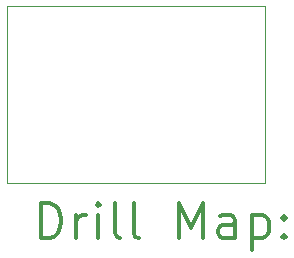
<source format=gbr>
%FSLAX45Y45*%
G04 Gerber Fmt 4.5, Leading zero omitted, Abs format (unit mm)*
G04 Created by KiCad (PCBNEW (5.1.9)-1) date 2022-12-29 17:40:07*
%MOMM*%
%LPD*%
G01*
G04 APERTURE LIST*
%TA.AperFunction,Profile*%
%ADD10C,0.050000*%
%TD*%
%ADD11C,0.200000*%
%ADD12C,0.300000*%
G04 APERTURE END LIST*
D10*
X14046200Y-7011800D02*
X14046200Y-5511800D01*
X14046200Y-7011800D02*
X16230600Y-7011800D01*
X16230600Y-5511800D02*
X16230600Y-7011800D01*
X14046200Y-5511800D02*
X16230600Y-5511800D01*
D11*
D12*
X14330128Y-7480014D02*
X14330128Y-7180014D01*
X14401557Y-7180014D01*
X14444414Y-7194300D01*
X14472986Y-7222871D01*
X14487271Y-7251443D01*
X14501557Y-7308586D01*
X14501557Y-7351443D01*
X14487271Y-7408586D01*
X14472986Y-7437157D01*
X14444414Y-7465729D01*
X14401557Y-7480014D01*
X14330128Y-7480014D01*
X14630128Y-7480014D02*
X14630128Y-7280014D01*
X14630128Y-7337157D02*
X14644414Y-7308586D01*
X14658700Y-7294300D01*
X14687271Y-7280014D01*
X14715843Y-7280014D01*
X14815843Y-7480014D02*
X14815843Y-7280014D01*
X14815843Y-7180014D02*
X14801557Y-7194300D01*
X14815843Y-7208586D01*
X14830128Y-7194300D01*
X14815843Y-7180014D01*
X14815843Y-7208586D01*
X15001557Y-7480014D02*
X14972986Y-7465729D01*
X14958700Y-7437157D01*
X14958700Y-7180014D01*
X15158700Y-7480014D02*
X15130128Y-7465729D01*
X15115843Y-7437157D01*
X15115843Y-7180014D01*
X15501557Y-7480014D02*
X15501557Y-7180014D01*
X15601557Y-7394300D01*
X15701557Y-7180014D01*
X15701557Y-7480014D01*
X15972986Y-7480014D02*
X15972986Y-7322871D01*
X15958700Y-7294300D01*
X15930128Y-7280014D01*
X15872986Y-7280014D01*
X15844414Y-7294300D01*
X15972986Y-7465729D02*
X15944414Y-7480014D01*
X15872986Y-7480014D01*
X15844414Y-7465729D01*
X15830128Y-7437157D01*
X15830128Y-7408586D01*
X15844414Y-7380014D01*
X15872986Y-7365729D01*
X15944414Y-7365729D01*
X15972986Y-7351443D01*
X16115843Y-7280014D02*
X16115843Y-7580014D01*
X16115843Y-7294300D02*
X16144414Y-7280014D01*
X16201557Y-7280014D01*
X16230128Y-7294300D01*
X16244414Y-7308586D01*
X16258700Y-7337157D01*
X16258700Y-7422871D01*
X16244414Y-7451443D01*
X16230128Y-7465729D01*
X16201557Y-7480014D01*
X16144414Y-7480014D01*
X16115843Y-7465729D01*
X16387271Y-7451443D02*
X16401557Y-7465729D01*
X16387271Y-7480014D01*
X16372986Y-7465729D01*
X16387271Y-7451443D01*
X16387271Y-7480014D01*
X16387271Y-7294300D02*
X16401557Y-7308586D01*
X16387271Y-7322871D01*
X16372986Y-7308586D01*
X16387271Y-7294300D01*
X16387271Y-7322871D01*
M02*

</source>
